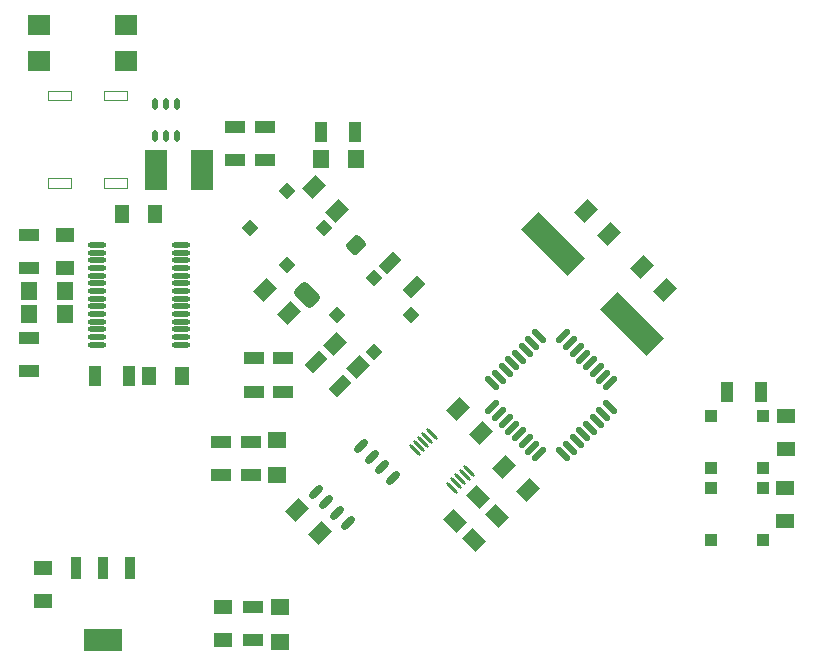
<source format=gtp>
G04*
G04 #@! TF.GenerationSoftware,Altium Limited,Altium Designer,19.1.8 (144)*
G04*
G04 Layer_Color=8421504*
%FSLAX25Y25*%
%MOIN*%
G70*
G01*
G75*
%ADD18C,0.00000*%
G04:AMPARAMS|DCode=19|XSize=64.96mil|YSize=51.18mil|CornerRadius=0mil|HoleSize=0mil|Usage=FLASHONLY|Rotation=45.000|XOffset=0mil|YOffset=0mil|HoleType=Round|Shape=Rectangle|*
%AMROTATEDRECTD19*
4,1,4,-0.00487,-0.04106,-0.04106,-0.00487,0.00487,0.04106,0.04106,0.00487,-0.00487,-0.04106,0.0*
%
%ADD19ROTATEDRECTD19*%

G04:AMPARAMS|DCode=20|XSize=66.93mil|YSize=41.34mil|CornerRadius=0mil|HoleSize=0mil|Usage=FLASHONLY|Rotation=45.000|XOffset=0mil|YOffset=0mil|HoleType=Round|Shape=Rectangle|*
%AMROTATEDRECTD20*
4,1,4,-0.00905,-0.03828,-0.03828,-0.00905,0.00905,0.03828,0.03828,0.00905,-0.00905,-0.03828,0.0*
%
%ADD20ROTATEDRECTD20*%

G04:AMPARAMS|DCode=21|XSize=64.96mil|YSize=51.18mil|CornerRadius=0mil|HoleSize=0mil|Usage=FLASHONLY|Rotation=135.000|XOffset=0mil|YOffset=0mil|HoleType=Round|Shape=Rectangle|*
%AMROTATEDRECTD21*
4,1,4,0.04106,-0.00487,0.00487,-0.04106,-0.04106,0.00487,-0.00487,0.04106,0.04106,-0.00487,0.0*
%
%ADD21ROTATEDRECTD21*%

%ADD22O,0.06102X0.01772*%
%ADD23R,0.06496X0.05118*%
%ADD24R,0.04134X0.06693*%
%ADD25R,0.06693X0.04134*%
%ADD26R,0.05118X0.06496*%
%ADD27R,0.03543X0.07284*%
%ADD28R,0.12598X0.07284*%
%ADD29R,0.07480X0.13386*%
%ADD30R,0.05500X0.06300*%
%ADD31R,0.06300X0.05500*%
G04:AMPARAMS|DCode=32|XSize=21.65mil|YSize=59.06mil|CornerRadius=0mil|HoleSize=0mil|Usage=FLASHONLY|Rotation=315.000|XOffset=0mil|YOffset=0mil|HoleType=Round|Shape=Round|*
%AMOVALD32*
21,1,0.03740,0.02165,0.00000,0.00000,45.0*
1,1,0.02165,-0.01322,-0.01322*
1,1,0.02165,0.01322,0.01322*
%
%ADD32OVALD32*%

G04:AMPARAMS|DCode=33|XSize=21.65mil|YSize=59.06mil|CornerRadius=0mil|HoleSize=0mil|Usage=FLASHONLY|Rotation=225.000|XOffset=0mil|YOffset=0mil|HoleType=Round|Shape=Round|*
%AMOVALD33*
21,1,0.03740,0.02165,0.00000,0.00000,315.0*
1,1,0.02165,-0.01322,0.01322*
1,1,0.02165,0.01322,-0.01322*
%
%ADD33OVALD33*%

%ADD34P,0.05568X4X180.0*%
%ADD35R,0.03937X0.03937*%
%ADD36O,0.01968X0.03937*%
G04:AMPARAMS|DCode=37|XSize=11.81mil|YSize=53.15mil|CornerRadius=0mil|HoleSize=0mil|Usage=FLASHONLY|Rotation=45.000|XOffset=0mil|YOffset=0mil|HoleType=Round|Shape=Round|*
%AMOVALD37*
21,1,0.04134,0.01181,0.00000,0.00000,135.0*
1,1,0.01181,0.01462,-0.01462*
1,1,0.01181,-0.01462,0.01462*
%
%ADD37OVALD37*%

G04:AMPARAMS|DCode=38|XSize=220.47mil|YSize=82.68mil|CornerRadius=0mil|HoleSize=0mil|Usage=FLASHONLY|Rotation=315.000|XOffset=0mil|YOffset=0mil|HoleType=Round|Shape=Rectangle|*
%AMROTATEDRECTD38*
4,1,4,-0.10718,0.04872,-0.04872,0.10718,0.10718,-0.04872,0.04872,-0.10718,-0.10718,0.04872,0.0*
%
%ADD38ROTATEDRECTD38*%

%ADD39R,0.07480X0.06693*%
G04:AMPARAMS|DCode=40|XSize=23.62mil|YSize=57.09mil|CornerRadius=0mil|HoleSize=0mil|Usage=FLASHONLY|Rotation=315.000|XOffset=0mil|YOffset=0mil|HoleType=Round|Shape=Round|*
%AMOVALD40*
21,1,0.03347,0.02362,0.00000,0.00000,45.0*
1,1,0.02362,-0.01183,-0.01183*
1,1,0.02362,0.01183,0.01183*
%
%ADD40OVALD40*%

G04:AMPARAMS|DCode=41|XSize=51.18mil|YSize=59.06mil|CornerRadius=12.8mil|HoleSize=0mil|Usage=FLASHONLY|Rotation=315.000|XOffset=0mil|YOffset=0mil|HoleType=Round|Shape=RoundedRectangle|*
%AMROUNDEDRECTD41*
21,1,0.05118,0.03347,0,0,315.0*
21,1,0.02559,0.05906,0,0,315.0*
1,1,0.02559,-0.00278,-0.02088*
1,1,0.02559,-0.02088,-0.00278*
1,1,0.02559,0.00278,0.02088*
1,1,0.02559,0.02088,0.00278*
%
%ADD41ROUNDEDRECTD41*%
G04:AMPARAMS|DCode=42|XSize=82.68mil|YSize=59.06mil|CornerRadius=14.76mil|HoleSize=0mil|Usage=FLASHONLY|Rotation=315.000|XOffset=0mil|YOffset=0mil|HoleType=Round|Shape=RoundedRectangle|*
%AMROUNDEDRECTD42*
21,1,0.08268,0.02953,0,0,315.0*
21,1,0.05315,0.05906,0,0,315.0*
1,1,0.02953,0.00835,-0.02923*
1,1,0.02953,-0.02923,0.00835*
1,1,0.02953,-0.00835,0.02923*
1,1,0.02953,0.02923,-0.00835*
%
%ADD42ROUNDEDRECTD42*%
D18*
X37921Y158709D02*
Y161858D01*
X30441D02*
X37921D01*
X30441Y158709D02*
Y161858D01*
Y158709D02*
X37921D01*
X19220Y187843D02*
Y190992D01*
X11740D02*
X19220D01*
X11740Y187843D02*
Y190992D01*
Y187843D02*
X19220D01*
X37921D02*
Y190992D01*
X30441D02*
X37921D01*
X30441Y187843D02*
Y190992D01*
Y187843D02*
X37921D01*
X19220Y158709D02*
Y161858D01*
X11740D02*
X19220D01*
X11740Y158709D02*
Y161858D01*
Y158709D02*
X19220D01*
D19*
X148203Y84897D02*
D03*
X155997Y77103D02*
D03*
X84140Y124618D02*
D03*
X91935Y116823D02*
D03*
X107998Y151103D02*
D03*
X100203Y158897D02*
D03*
X94716Y51248D02*
D03*
X102511Y43453D02*
D03*
X107333Y106658D02*
D03*
X115128Y98863D02*
D03*
X163803Y65597D02*
D03*
X171597Y57803D02*
D03*
X190903Y150997D02*
D03*
X198697Y143203D02*
D03*
X217397Y124503D02*
D03*
X209603Y132297D02*
D03*
D20*
X108975Y92712D02*
D03*
X101041Y100646D02*
D03*
X125719Y133668D02*
D03*
X133653Y125734D02*
D03*
D21*
X155072Y55552D02*
D03*
X147277Y47757D02*
D03*
X161436Y49188D02*
D03*
X153641Y41393D02*
D03*
D22*
X27925Y139634D02*
D03*
Y137075D02*
D03*
Y134516D02*
D03*
Y131957D02*
D03*
Y129398D02*
D03*
Y126839D02*
D03*
Y124279D02*
D03*
Y121721D02*
D03*
Y119161D02*
D03*
Y116602D02*
D03*
Y114043D02*
D03*
Y111484D02*
D03*
Y108925D02*
D03*
Y106366D02*
D03*
X56075Y139634D02*
D03*
Y137075D02*
D03*
Y134516D02*
D03*
Y131957D02*
D03*
Y129398D02*
D03*
Y126839D02*
D03*
Y124279D02*
D03*
Y121721D02*
D03*
Y119161D02*
D03*
Y116602D02*
D03*
Y114043D02*
D03*
Y111484D02*
D03*
Y108925D02*
D03*
Y106366D02*
D03*
D23*
X257500Y47688D02*
D03*
Y58712D02*
D03*
X257600Y71688D02*
D03*
Y82712D02*
D03*
X10000Y32106D02*
D03*
Y21083D02*
D03*
X70000Y7894D02*
D03*
Y18917D02*
D03*
X17400Y131788D02*
D03*
Y142812D02*
D03*
D24*
X237980Y90500D02*
D03*
X249200D02*
D03*
X113910Y177200D02*
D03*
X102690D02*
D03*
X27390Y96000D02*
D03*
X38610D02*
D03*
D25*
X80300Y90690D02*
D03*
X80300Y101910D02*
D03*
X90000Y90690D02*
D03*
Y101910D02*
D03*
X5500Y97490D02*
D03*
Y108710D02*
D03*
Y143010D02*
D03*
Y131790D02*
D03*
X79200Y74010D02*
D03*
Y62790D02*
D03*
X84000Y179110D02*
D03*
Y167890D02*
D03*
X74000Y179110D02*
D03*
Y167890D02*
D03*
X80000Y7894D02*
D03*
Y19114D02*
D03*
X69500Y74010D02*
D03*
Y62790D02*
D03*
D26*
X56312Y96000D02*
D03*
X45288D02*
D03*
X36488Y149800D02*
D03*
X47512D02*
D03*
D27*
X39055Y32106D02*
D03*
X30000D02*
D03*
X20945D02*
D03*
D28*
X30000Y7894D02*
D03*
D29*
X63177Y164500D02*
D03*
X47823D02*
D03*
D30*
X102600Y168400D02*
D03*
X114400D02*
D03*
X5500Y124200D02*
D03*
X17300D02*
D03*
X5500Y116700D02*
D03*
X17300D02*
D03*
D31*
X87900Y62800D02*
D03*
Y74600D02*
D03*
X89000Y19114D02*
D03*
Y7314D02*
D03*
D32*
X199026Y93537D02*
D03*
X196799Y95764D02*
D03*
X194572Y97991D02*
D03*
X192345Y100218D02*
D03*
X190118Y102445D02*
D03*
X187891Y104672D02*
D03*
X185664Y106899D02*
D03*
X183437Y109126D02*
D03*
X159774Y85463D02*
D03*
X162001Y83236D02*
D03*
X164228Y81009D02*
D03*
X166455Y78782D02*
D03*
X168682Y76555D02*
D03*
X170909Y74328D02*
D03*
X173136Y72101D02*
D03*
X175363Y69874D02*
D03*
D33*
Y109126D02*
D03*
X173136Y106899D02*
D03*
X170909Y104672D02*
D03*
X168682Y102445D02*
D03*
X166455Y100218D02*
D03*
X164228Y97991D02*
D03*
X162001Y95764D02*
D03*
X159774Y93537D02*
D03*
X183437Y69874D02*
D03*
X185664Y72101D02*
D03*
X187891Y74328D02*
D03*
X190118Y76555D02*
D03*
X192345Y78782D02*
D03*
X194572Y81009D02*
D03*
X196799Y83236D02*
D03*
X199026Y85463D02*
D03*
D34*
X108033Y116337D02*
D03*
X120282Y128586D02*
D03*
X132531Y116337D02*
D03*
X120282Y104087D02*
D03*
X103540Y145328D02*
D03*
X91290Y133079D02*
D03*
X79041Y145328D02*
D03*
X91290Y157577D02*
D03*
D35*
X249961Y41339D02*
D03*
X232639D02*
D03*
Y58661D02*
D03*
X249961D02*
D03*
Y65339D02*
D03*
X232639D02*
D03*
Y82661D02*
D03*
X249961D02*
D03*
D36*
X47260Y175835D02*
D03*
X51000D02*
D03*
X54740D02*
D03*
X47260Y186465D02*
D03*
X51000D02*
D03*
X54740D02*
D03*
D37*
X146350Y58734D02*
D03*
X147742Y60126D02*
D03*
X149134Y61518D02*
D03*
X150525Y62910D02*
D03*
X151917Y64302D02*
D03*
X133961Y71122D02*
D03*
X135353Y72514D02*
D03*
X136745Y73906D02*
D03*
X138137Y75298D02*
D03*
X139529Y76690D02*
D03*
D38*
X179877Y139823D02*
D03*
X206324Y113376D02*
D03*
D39*
X37674Y200823D02*
D03*
Y212823D02*
D03*
X8674Y200823D02*
D03*
Y212823D02*
D03*
D40*
X126706Y62007D02*
D03*
X123170Y65543D02*
D03*
X119635Y69078D02*
D03*
X116099Y72614D02*
D03*
X111533Y46835D02*
D03*
X107998Y50371D02*
D03*
X104462Y53906D02*
D03*
X100927Y57442D02*
D03*
D41*
X114492Y139456D02*
D03*
D42*
X97927Y122892D02*
D03*
M02*

</source>
